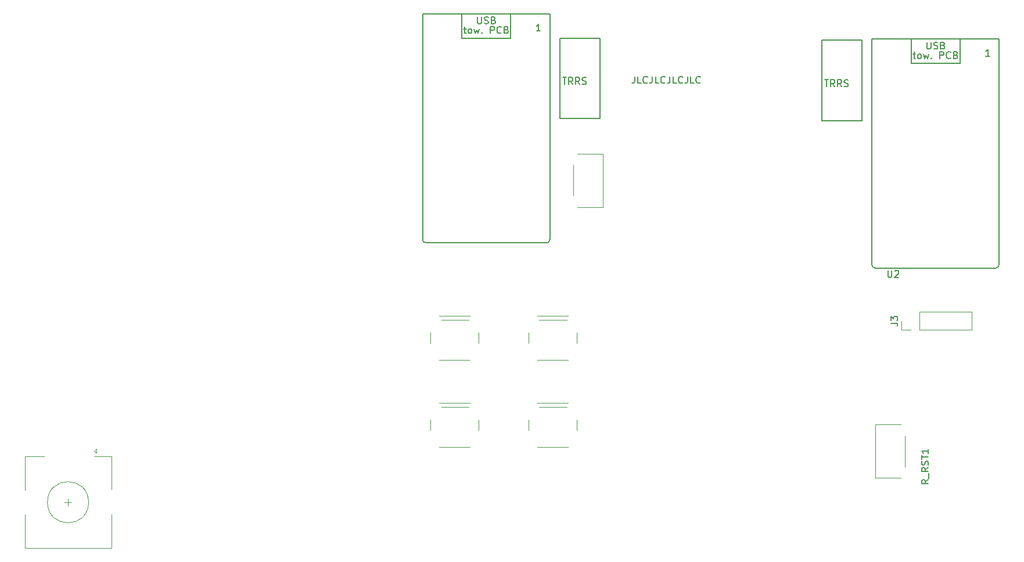
<source format=gbr>
%TF.GenerationSoftware,KiCad,Pcbnew,7.0.7-7.0.7~ubuntu22.04.1*%
%TF.CreationDate,2023-09-08T11:00:04+02:00*%
%TF.ProjectId,abomination,61626f6d-696e-4617-9469-6f6e2e6b6963,rev?*%
%TF.SameCoordinates,Original*%
%TF.FileFunction,Legend,Top*%
%TF.FilePolarity,Positive*%
%FSLAX46Y46*%
G04 Gerber Fmt 4.6, Leading zero omitted, Abs format (unit mm)*
G04 Created by KiCad (PCBNEW 7.0.7-7.0.7~ubuntu22.04.1) date 2023-09-08 11:00:04*
%MOMM*%
%LPD*%
G01*
G04 APERTURE LIST*
%ADD10C,0.150000*%
%ADD11C,0.120000*%
G04 APERTURE END LIST*
D10*
X174780951Y-69054819D02*
X174780951Y-69769104D01*
X174780951Y-69769104D02*
X174733332Y-69911961D01*
X174733332Y-69911961D02*
X174638094Y-70007200D01*
X174638094Y-70007200D02*
X174495237Y-70054819D01*
X174495237Y-70054819D02*
X174399999Y-70054819D01*
X175733332Y-70054819D02*
X175257142Y-70054819D01*
X175257142Y-70054819D02*
X175257142Y-69054819D01*
X176638094Y-69959580D02*
X176590475Y-70007200D01*
X176590475Y-70007200D02*
X176447618Y-70054819D01*
X176447618Y-70054819D02*
X176352380Y-70054819D01*
X176352380Y-70054819D02*
X176209523Y-70007200D01*
X176209523Y-70007200D02*
X176114285Y-69911961D01*
X176114285Y-69911961D02*
X176066666Y-69816723D01*
X176066666Y-69816723D02*
X176019047Y-69626247D01*
X176019047Y-69626247D02*
X176019047Y-69483390D01*
X176019047Y-69483390D02*
X176066666Y-69292914D01*
X176066666Y-69292914D02*
X176114285Y-69197676D01*
X176114285Y-69197676D02*
X176209523Y-69102438D01*
X176209523Y-69102438D02*
X176352380Y-69054819D01*
X176352380Y-69054819D02*
X176447618Y-69054819D01*
X176447618Y-69054819D02*
X176590475Y-69102438D01*
X176590475Y-69102438D02*
X176638094Y-69150057D01*
X177352380Y-69054819D02*
X177352380Y-69769104D01*
X177352380Y-69769104D02*
X177304761Y-69911961D01*
X177304761Y-69911961D02*
X177209523Y-70007200D01*
X177209523Y-70007200D02*
X177066666Y-70054819D01*
X177066666Y-70054819D02*
X176971428Y-70054819D01*
X178304761Y-70054819D02*
X177828571Y-70054819D01*
X177828571Y-70054819D02*
X177828571Y-69054819D01*
X179209523Y-69959580D02*
X179161904Y-70007200D01*
X179161904Y-70007200D02*
X179019047Y-70054819D01*
X179019047Y-70054819D02*
X178923809Y-70054819D01*
X178923809Y-70054819D02*
X178780952Y-70007200D01*
X178780952Y-70007200D02*
X178685714Y-69911961D01*
X178685714Y-69911961D02*
X178638095Y-69816723D01*
X178638095Y-69816723D02*
X178590476Y-69626247D01*
X178590476Y-69626247D02*
X178590476Y-69483390D01*
X178590476Y-69483390D02*
X178638095Y-69292914D01*
X178638095Y-69292914D02*
X178685714Y-69197676D01*
X178685714Y-69197676D02*
X178780952Y-69102438D01*
X178780952Y-69102438D02*
X178923809Y-69054819D01*
X178923809Y-69054819D02*
X179019047Y-69054819D01*
X179019047Y-69054819D02*
X179161904Y-69102438D01*
X179161904Y-69102438D02*
X179209523Y-69150057D01*
X179923809Y-69054819D02*
X179923809Y-69769104D01*
X179923809Y-69769104D02*
X179876190Y-69911961D01*
X179876190Y-69911961D02*
X179780952Y-70007200D01*
X179780952Y-70007200D02*
X179638095Y-70054819D01*
X179638095Y-70054819D02*
X179542857Y-70054819D01*
X180876190Y-70054819D02*
X180400000Y-70054819D01*
X180400000Y-70054819D02*
X180400000Y-69054819D01*
X181780952Y-69959580D02*
X181733333Y-70007200D01*
X181733333Y-70007200D02*
X181590476Y-70054819D01*
X181590476Y-70054819D02*
X181495238Y-70054819D01*
X181495238Y-70054819D02*
X181352381Y-70007200D01*
X181352381Y-70007200D02*
X181257143Y-69911961D01*
X181257143Y-69911961D02*
X181209524Y-69816723D01*
X181209524Y-69816723D02*
X181161905Y-69626247D01*
X181161905Y-69626247D02*
X181161905Y-69483390D01*
X181161905Y-69483390D02*
X181209524Y-69292914D01*
X181209524Y-69292914D02*
X181257143Y-69197676D01*
X181257143Y-69197676D02*
X181352381Y-69102438D01*
X181352381Y-69102438D02*
X181495238Y-69054819D01*
X181495238Y-69054819D02*
X181590476Y-69054819D01*
X181590476Y-69054819D02*
X181733333Y-69102438D01*
X181733333Y-69102438D02*
X181780952Y-69150057D01*
X182495238Y-69054819D02*
X182495238Y-69769104D01*
X182495238Y-69769104D02*
X182447619Y-69911961D01*
X182447619Y-69911961D02*
X182352381Y-70007200D01*
X182352381Y-70007200D02*
X182209524Y-70054819D01*
X182209524Y-70054819D02*
X182114286Y-70054819D01*
X183447619Y-70054819D02*
X182971429Y-70054819D01*
X182971429Y-70054819D02*
X182971429Y-69054819D01*
X184352381Y-69959580D02*
X184304762Y-70007200D01*
X184304762Y-70007200D02*
X184161905Y-70054819D01*
X184161905Y-70054819D02*
X184066667Y-70054819D01*
X184066667Y-70054819D02*
X183923810Y-70007200D01*
X183923810Y-70007200D02*
X183828572Y-69911961D01*
X183828572Y-69911961D02*
X183780953Y-69816723D01*
X183780953Y-69816723D02*
X183733334Y-69626247D01*
X183733334Y-69626247D02*
X183733334Y-69483390D01*
X183733334Y-69483390D02*
X183780953Y-69292914D01*
X183780953Y-69292914D02*
X183828572Y-69197676D01*
X183828572Y-69197676D02*
X183923810Y-69102438D01*
X183923810Y-69102438D02*
X184066667Y-69054819D01*
X184066667Y-69054819D02*
X184161905Y-69054819D01*
X184161905Y-69054819D02*
X184304762Y-69102438D01*
X184304762Y-69102438D02*
X184352381Y-69150057D01*
X151883596Y-60372117D02*
X151883596Y-61181640D01*
X151883596Y-61181640D02*
X151931215Y-61276878D01*
X151931215Y-61276878D02*
X151978834Y-61324498D01*
X151978834Y-61324498D02*
X152074072Y-61372117D01*
X152074072Y-61372117D02*
X152264548Y-61372117D01*
X152264548Y-61372117D02*
X152359786Y-61324498D01*
X152359786Y-61324498D02*
X152407405Y-61276878D01*
X152407405Y-61276878D02*
X152455024Y-61181640D01*
X152455024Y-61181640D02*
X152455024Y-60372117D01*
X152883596Y-61324498D02*
X153026453Y-61372117D01*
X153026453Y-61372117D02*
X153264548Y-61372117D01*
X153264548Y-61372117D02*
X153359786Y-61324498D01*
X153359786Y-61324498D02*
X153407405Y-61276878D01*
X153407405Y-61276878D02*
X153455024Y-61181640D01*
X153455024Y-61181640D02*
X153455024Y-61086402D01*
X153455024Y-61086402D02*
X153407405Y-60991164D01*
X153407405Y-60991164D02*
X153359786Y-60943545D01*
X153359786Y-60943545D02*
X153264548Y-60895926D01*
X153264548Y-60895926D02*
X153074072Y-60848307D01*
X153074072Y-60848307D02*
X152978834Y-60800688D01*
X152978834Y-60800688D02*
X152931215Y-60753069D01*
X152931215Y-60753069D02*
X152883596Y-60657831D01*
X152883596Y-60657831D02*
X152883596Y-60562593D01*
X152883596Y-60562593D02*
X152931215Y-60467355D01*
X152931215Y-60467355D02*
X152978834Y-60419736D01*
X152978834Y-60419736D02*
X153074072Y-60372117D01*
X153074072Y-60372117D02*
X153312167Y-60372117D01*
X153312167Y-60372117D02*
X153455024Y-60419736D01*
X154216929Y-60848307D02*
X154359786Y-60895926D01*
X154359786Y-60895926D02*
X154407405Y-60943545D01*
X154407405Y-60943545D02*
X154455024Y-61038783D01*
X154455024Y-61038783D02*
X154455024Y-61181640D01*
X154455024Y-61181640D02*
X154407405Y-61276878D01*
X154407405Y-61276878D02*
X154359786Y-61324498D01*
X154359786Y-61324498D02*
X154264548Y-61372117D01*
X154264548Y-61372117D02*
X153883596Y-61372117D01*
X153883596Y-61372117D02*
X153883596Y-60372117D01*
X153883596Y-60372117D02*
X154216929Y-60372117D01*
X154216929Y-60372117D02*
X154312167Y-60419736D01*
X154312167Y-60419736D02*
X154359786Y-60467355D01*
X154359786Y-60467355D02*
X154407405Y-60562593D01*
X154407405Y-60562593D02*
X154407405Y-60657831D01*
X154407405Y-60657831D02*
X154359786Y-60753069D01*
X154359786Y-60753069D02*
X154312167Y-60800688D01*
X154312167Y-60800688D02*
X154216929Y-60848307D01*
X154216929Y-60848307D02*
X153883596Y-60848307D01*
X161051215Y-62402117D02*
X160479787Y-62402117D01*
X160765501Y-62402117D02*
X160765501Y-61402117D01*
X160765501Y-61402117D02*
X160670263Y-61544974D01*
X160670263Y-61544974D02*
X160575025Y-61640212D01*
X160575025Y-61640212D02*
X160479787Y-61687831D01*
X149859787Y-62105450D02*
X150240739Y-62105450D01*
X150002644Y-61772117D02*
X150002644Y-62629259D01*
X150002644Y-62629259D02*
X150050263Y-62724498D01*
X150050263Y-62724498D02*
X150145501Y-62772117D01*
X150145501Y-62772117D02*
X150240739Y-62772117D01*
X150716930Y-62772117D02*
X150621692Y-62724498D01*
X150621692Y-62724498D02*
X150574073Y-62676878D01*
X150574073Y-62676878D02*
X150526454Y-62581640D01*
X150526454Y-62581640D02*
X150526454Y-62295926D01*
X150526454Y-62295926D02*
X150574073Y-62200688D01*
X150574073Y-62200688D02*
X150621692Y-62153069D01*
X150621692Y-62153069D02*
X150716930Y-62105450D01*
X150716930Y-62105450D02*
X150859787Y-62105450D01*
X150859787Y-62105450D02*
X150955025Y-62153069D01*
X150955025Y-62153069D02*
X151002644Y-62200688D01*
X151002644Y-62200688D02*
X151050263Y-62295926D01*
X151050263Y-62295926D02*
X151050263Y-62581640D01*
X151050263Y-62581640D02*
X151002644Y-62676878D01*
X151002644Y-62676878D02*
X150955025Y-62724498D01*
X150955025Y-62724498D02*
X150859787Y-62772117D01*
X150859787Y-62772117D02*
X150716930Y-62772117D01*
X151383597Y-62105450D02*
X151574073Y-62772117D01*
X151574073Y-62772117D02*
X151764549Y-62295926D01*
X151764549Y-62295926D02*
X151955025Y-62772117D01*
X151955025Y-62772117D02*
X152145501Y-62105450D01*
X152526454Y-62676878D02*
X152574073Y-62724498D01*
X152574073Y-62724498D02*
X152526454Y-62772117D01*
X152526454Y-62772117D02*
X152478835Y-62724498D01*
X152478835Y-62724498D02*
X152526454Y-62676878D01*
X152526454Y-62676878D02*
X152526454Y-62772117D01*
X153764549Y-62772117D02*
X153764549Y-61772117D01*
X153764549Y-61772117D02*
X154145501Y-61772117D01*
X154145501Y-61772117D02*
X154240739Y-61819736D01*
X154240739Y-61819736D02*
X154288358Y-61867355D01*
X154288358Y-61867355D02*
X154335977Y-61962593D01*
X154335977Y-61962593D02*
X154335977Y-62105450D01*
X154335977Y-62105450D02*
X154288358Y-62200688D01*
X154288358Y-62200688D02*
X154240739Y-62248307D01*
X154240739Y-62248307D02*
X154145501Y-62295926D01*
X154145501Y-62295926D02*
X153764549Y-62295926D01*
X155335977Y-62676878D02*
X155288358Y-62724498D01*
X155288358Y-62724498D02*
X155145501Y-62772117D01*
X155145501Y-62772117D02*
X155050263Y-62772117D01*
X155050263Y-62772117D02*
X154907406Y-62724498D01*
X154907406Y-62724498D02*
X154812168Y-62629259D01*
X154812168Y-62629259D02*
X154764549Y-62534021D01*
X154764549Y-62534021D02*
X154716930Y-62343545D01*
X154716930Y-62343545D02*
X154716930Y-62200688D01*
X154716930Y-62200688D02*
X154764549Y-62010212D01*
X154764549Y-62010212D02*
X154812168Y-61914974D01*
X154812168Y-61914974D02*
X154907406Y-61819736D01*
X154907406Y-61819736D02*
X155050263Y-61772117D01*
X155050263Y-61772117D02*
X155145501Y-61772117D01*
X155145501Y-61772117D02*
X155288358Y-61819736D01*
X155288358Y-61819736D02*
X155335977Y-61867355D01*
X156097882Y-62248307D02*
X156240739Y-62295926D01*
X156240739Y-62295926D02*
X156288358Y-62343545D01*
X156288358Y-62343545D02*
X156335977Y-62438783D01*
X156335977Y-62438783D02*
X156335977Y-62581640D01*
X156335977Y-62581640D02*
X156288358Y-62676878D01*
X156288358Y-62676878D02*
X156240739Y-62724498D01*
X156240739Y-62724498D02*
X156145501Y-62772117D01*
X156145501Y-62772117D02*
X155764549Y-62772117D01*
X155764549Y-62772117D02*
X155764549Y-61772117D01*
X155764549Y-61772117D02*
X156097882Y-61772117D01*
X156097882Y-61772117D02*
X156193120Y-61819736D01*
X156193120Y-61819736D02*
X156240739Y-61867355D01*
X156240739Y-61867355D02*
X156288358Y-61962593D01*
X156288358Y-61962593D02*
X156288358Y-62057831D01*
X156288358Y-62057831D02*
X156240739Y-62153069D01*
X156240739Y-62153069D02*
X156193120Y-62200688D01*
X156193120Y-62200688D02*
X156097882Y-62248307D01*
X156097882Y-62248307D02*
X155764549Y-62248307D01*
X164296096Y-69207116D02*
X164867524Y-69207116D01*
X164581810Y-70207116D02*
X164581810Y-69207116D01*
X165772286Y-70207116D02*
X165438953Y-69730925D01*
X165200858Y-70207116D02*
X165200858Y-69207116D01*
X165200858Y-69207116D02*
X165581810Y-69207116D01*
X165581810Y-69207116D02*
X165677048Y-69254735D01*
X165677048Y-69254735D02*
X165724667Y-69302354D01*
X165724667Y-69302354D02*
X165772286Y-69397592D01*
X165772286Y-69397592D02*
X165772286Y-69540449D01*
X165772286Y-69540449D02*
X165724667Y-69635687D01*
X165724667Y-69635687D02*
X165677048Y-69683306D01*
X165677048Y-69683306D02*
X165581810Y-69730925D01*
X165581810Y-69730925D02*
X165200858Y-69730925D01*
X166772286Y-70207116D02*
X166438953Y-69730925D01*
X166200858Y-70207116D02*
X166200858Y-69207116D01*
X166200858Y-69207116D02*
X166581810Y-69207116D01*
X166581810Y-69207116D02*
X166677048Y-69254735D01*
X166677048Y-69254735D02*
X166724667Y-69302354D01*
X166724667Y-69302354D02*
X166772286Y-69397592D01*
X166772286Y-69397592D02*
X166772286Y-69540449D01*
X166772286Y-69540449D02*
X166724667Y-69635687D01*
X166724667Y-69635687D02*
X166677048Y-69683306D01*
X166677048Y-69683306D02*
X166581810Y-69730925D01*
X166581810Y-69730925D02*
X166200858Y-69730925D01*
X167153239Y-70159497D02*
X167296096Y-70207116D01*
X167296096Y-70207116D02*
X167534191Y-70207116D01*
X167534191Y-70207116D02*
X167629429Y-70159497D01*
X167629429Y-70159497D02*
X167677048Y-70111877D01*
X167677048Y-70111877D02*
X167724667Y-70016639D01*
X167724667Y-70016639D02*
X167724667Y-69921401D01*
X167724667Y-69921401D02*
X167677048Y-69826163D01*
X167677048Y-69826163D02*
X167629429Y-69778544D01*
X167629429Y-69778544D02*
X167534191Y-69730925D01*
X167534191Y-69730925D02*
X167343715Y-69683306D01*
X167343715Y-69683306D02*
X167248477Y-69635687D01*
X167248477Y-69635687D02*
X167200858Y-69588068D01*
X167200858Y-69588068D02*
X167153239Y-69492830D01*
X167153239Y-69492830D02*
X167153239Y-69397592D01*
X167153239Y-69397592D02*
X167200858Y-69302354D01*
X167200858Y-69302354D02*
X167248477Y-69254735D01*
X167248477Y-69254735D02*
X167343715Y-69207116D01*
X167343715Y-69207116D02*
X167581810Y-69207116D01*
X167581810Y-69207116D02*
X167724667Y-69254735D01*
X217600321Y-127857062D02*
X217124130Y-128190395D01*
X217600321Y-128428490D02*
X216600321Y-128428490D01*
X216600321Y-128428490D02*
X216600321Y-128047538D01*
X216600321Y-128047538D02*
X216647940Y-127952300D01*
X216647940Y-127952300D02*
X216695559Y-127904681D01*
X216695559Y-127904681D02*
X216790797Y-127857062D01*
X216790797Y-127857062D02*
X216933654Y-127857062D01*
X216933654Y-127857062D02*
X217028892Y-127904681D01*
X217028892Y-127904681D02*
X217076511Y-127952300D01*
X217076511Y-127952300D02*
X217124130Y-128047538D01*
X217124130Y-128047538D02*
X217124130Y-128428490D01*
X217695559Y-127666586D02*
X217695559Y-126904681D01*
X217600321Y-126095157D02*
X217124130Y-126428490D01*
X217600321Y-126666585D02*
X216600321Y-126666585D01*
X216600321Y-126666585D02*
X216600321Y-126285633D01*
X216600321Y-126285633D02*
X216647940Y-126190395D01*
X216647940Y-126190395D02*
X216695559Y-126142776D01*
X216695559Y-126142776D02*
X216790797Y-126095157D01*
X216790797Y-126095157D02*
X216933654Y-126095157D01*
X216933654Y-126095157D02*
X217028892Y-126142776D01*
X217028892Y-126142776D02*
X217076511Y-126190395D01*
X217076511Y-126190395D02*
X217124130Y-126285633D01*
X217124130Y-126285633D02*
X217124130Y-126666585D01*
X217552702Y-125714204D02*
X217600321Y-125571347D01*
X217600321Y-125571347D02*
X217600321Y-125333252D01*
X217600321Y-125333252D02*
X217552702Y-125238014D01*
X217552702Y-125238014D02*
X217505082Y-125190395D01*
X217505082Y-125190395D02*
X217409844Y-125142776D01*
X217409844Y-125142776D02*
X217314606Y-125142776D01*
X217314606Y-125142776D02*
X217219368Y-125190395D01*
X217219368Y-125190395D02*
X217171749Y-125238014D01*
X217171749Y-125238014D02*
X217124130Y-125333252D01*
X217124130Y-125333252D02*
X217076511Y-125523728D01*
X217076511Y-125523728D02*
X217028892Y-125618966D01*
X217028892Y-125618966D02*
X216981273Y-125666585D01*
X216981273Y-125666585D02*
X216886035Y-125714204D01*
X216886035Y-125714204D02*
X216790797Y-125714204D01*
X216790797Y-125714204D02*
X216695559Y-125666585D01*
X216695559Y-125666585D02*
X216647940Y-125618966D01*
X216647940Y-125618966D02*
X216600321Y-125523728D01*
X216600321Y-125523728D02*
X216600321Y-125285633D01*
X216600321Y-125285633D02*
X216647940Y-125142776D01*
X216600321Y-124857061D02*
X216600321Y-124285633D01*
X217600321Y-124571347D02*
X216600321Y-124571347D01*
X217600321Y-123428490D02*
X217600321Y-123999918D01*
X217600321Y-123714204D02*
X216600321Y-123714204D01*
X216600321Y-123714204D02*
X216743178Y-123809442D01*
X216743178Y-123809442D02*
X216838416Y-123904680D01*
X216838416Y-123904680D02*
X216886035Y-123999918D01*
X212117822Y-105035633D02*
X212832107Y-105035633D01*
X212832107Y-105035633D02*
X212974964Y-105083252D01*
X212974964Y-105083252D02*
X213070203Y-105178490D01*
X213070203Y-105178490D02*
X213117822Y-105321347D01*
X213117822Y-105321347D02*
X213117822Y-105416585D01*
X212117822Y-104654680D02*
X212117822Y-104035633D01*
X212117822Y-104035633D02*
X212498774Y-104368966D01*
X212498774Y-104368966D02*
X212498774Y-104226109D01*
X212498774Y-104226109D02*
X212546393Y-104130871D01*
X212546393Y-104130871D02*
X212594012Y-104083252D01*
X212594012Y-104083252D02*
X212689250Y-104035633D01*
X212689250Y-104035633D02*
X212927345Y-104035633D01*
X212927345Y-104035633D02*
X213022583Y-104083252D01*
X213022583Y-104083252D02*
X213070203Y-104130871D01*
X213070203Y-104130871D02*
X213117822Y-104226109D01*
X213117822Y-104226109D02*
X213117822Y-104511823D01*
X213117822Y-104511823D02*
X213070203Y-104607061D01*
X213070203Y-104607061D02*
X213022583Y-104654680D01*
X202471597Y-69539620D02*
X203043025Y-69539620D01*
X202757311Y-70539620D02*
X202757311Y-69539620D01*
X203947787Y-70539620D02*
X203614454Y-70063429D01*
X203376359Y-70539620D02*
X203376359Y-69539620D01*
X203376359Y-69539620D02*
X203757311Y-69539620D01*
X203757311Y-69539620D02*
X203852549Y-69587239D01*
X203852549Y-69587239D02*
X203900168Y-69634858D01*
X203900168Y-69634858D02*
X203947787Y-69730096D01*
X203947787Y-69730096D02*
X203947787Y-69872953D01*
X203947787Y-69872953D02*
X203900168Y-69968191D01*
X203900168Y-69968191D02*
X203852549Y-70015810D01*
X203852549Y-70015810D02*
X203757311Y-70063429D01*
X203757311Y-70063429D02*
X203376359Y-70063429D01*
X204947787Y-70539620D02*
X204614454Y-70063429D01*
X204376359Y-70539620D02*
X204376359Y-69539620D01*
X204376359Y-69539620D02*
X204757311Y-69539620D01*
X204757311Y-69539620D02*
X204852549Y-69587239D01*
X204852549Y-69587239D02*
X204900168Y-69634858D01*
X204900168Y-69634858D02*
X204947787Y-69730096D01*
X204947787Y-69730096D02*
X204947787Y-69872953D01*
X204947787Y-69872953D02*
X204900168Y-69968191D01*
X204900168Y-69968191D02*
X204852549Y-70015810D01*
X204852549Y-70015810D02*
X204757311Y-70063429D01*
X204757311Y-70063429D02*
X204376359Y-70063429D01*
X205328740Y-70492001D02*
X205471597Y-70539620D01*
X205471597Y-70539620D02*
X205709692Y-70539620D01*
X205709692Y-70539620D02*
X205804930Y-70492001D01*
X205804930Y-70492001D02*
X205852549Y-70444381D01*
X205852549Y-70444381D02*
X205900168Y-70349143D01*
X205900168Y-70349143D02*
X205900168Y-70253905D01*
X205900168Y-70253905D02*
X205852549Y-70158667D01*
X205852549Y-70158667D02*
X205804930Y-70111048D01*
X205804930Y-70111048D02*
X205709692Y-70063429D01*
X205709692Y-70063429D02*
X205519216Y-70015810D01*
X205519216Y-70015810D02*
X205423978Y-69968191D01*
X205423978Y-69968191D02*
X205376359Y-69920572D01*
X205376359Y-69920572D02*
X205328740Y-69825334D01*
X205328740Y-69825334D02*
X205328740Y-69730096D01*
X205328740Y-69730096D02*
X205376359Y-69634858D01*
X205376359Y-69634858D02*
X205423978Y-69587239D01*
X205423978Y-69587239D02*
X205519216Y-69539620D01*
X205519216Y-69539620D02*
X205757311Y-69539620D01*
X205757311Y-69539620D02*
X205900168Y-69587239D01*
X211704912Y-97342121D02*
X211704912Y-98151644D01*
X211704912Y-98151644D02*
X211752531Y-98246882D01*
X211752531Y-98246882D02*
X211800150Y-98294502D01*
X211800150Y-98294502D02*
X211895388Y-98342121D01*
X211895388Y-98342121D02*
X212085864Y-98342121D01*
X212085864Y-98342121D02*
X212181102Y-98294502D01*
X212181102Y-98294502D02*
X212228721Y-98246882D01*
X212228721Y-98246882D02*
X212276340Y-98151644D01*
X212276340Y-98151644D02*
X212276340Y-97342121D01*
X212704912Y-97437359D02*
X212752531Y-97389740D01*
X212752531Y-97389740D02*
X212847769Y-97342121D01*
X212847769Y-97342121D02*
X213085864Y-97342121D01*
X213085864Y-97342121D02*
X213181102Y-97389740D01*
X213181102Y-97389740D02*
X213228721Y-97437359D01*
X213228721Y-97437359D02*
X213276340Y-97532597D01*
X213276340Y-97532597D02*
X213276340Y-97627835D01*
X213276340Y-97627835D02*
X213228721Y-97770692D01*
X213228721Y-97770692D02*
X212657293Y-98342121D01*
X212657293Y-98342121D02*
X213276340Y-98342121D01*
X215359787Y-65780454D02*
X215740739Y-65780454D01*
X215502644Y-65447121D02*
X215502644Y-66304263D01*
X215502644Y-66304263D02*
X215550263Y-66399502D01*
X215550263Y-66399502D02*
X215645501Y-66447121D01*
X215645501Y-66447121D02*
X215740739Y-66447121D01*
X216216930Y-66447121D02*
X216121692Y-66399502D01*
X216121692Y-66399502D02*
X216074073Y-66351882D01*
X216074073Y-66351882D02*
X216026454Y-66256644D01*
X216026454Y-66256644D02*
X216026454Y-65970930D01*
X216026454Y-65970930D02*
X216074073Y-65875692D01*
X216074073Y-65875692D02*
X216121692Y-65828073D01*
X216121692Y-65828073D02*
X216216930Y-65780454D01*
X216216930Y-65780454D02*
X216359787Y-65780454D01*
X216359787Y-65780454D02*
X216455025Y-65828073D01*
X216455025Y-65828073D02*
X216502644Y-65875692D01*
X216502644Y-65875692D02*
X216550263Y-65970930D01*
X216550263Y-65970930D02*
X216550263Y-66256644D01*
X216550263Y-66256644D02*
X216502644Y-66351882D01*
X216502644Y-66351882D02*
X216455025Y-66399502D01*
X216455025Y-66399502D02*
X216359787Y-66447121D01*
X216359787Y-66447121D02*
X216216930Y-66447121D01*
X216883597Y-65780454D02*
X217074073Y-66447121D01*
X217074073Y-66447121D02*
X217264549Y-65970930D01*
X217264549Y-65970930D02*
X217455025Y-66447121D01*
X217455025Y-66447121D02*
X217645501Y-65780454D01*
X218026454Y-66351882D02*
X218074073Y-66399502D01*
X218074073Y-66399502D02*
X218026454Y-66447121D01*
X218026454Y-66447121D02*
X217978835Y-66399502D01*
X217978835Y-66399502D02*
X218026454Y-66351882D01*
X218026454Y-66351882D02*
X218026454Y-66447121D01*
X219264549Y-66447121D02*
X219264549Y-65447121D01*
X219264549Y-65447121D02*
X219645501Y-65447121D01*
X219645501Y-65447121D02*
X219740739Y-65494740D01*
X219740739Y-65494740D02*
X219788358Y-65542359D01*
X219788358Y-65542359D02*
X219835977Y-65637597D01*
X219835977Y-65637597D02*
X219835977Y-65780454D01*
X219835977Y-65780454D02*
X219788358Y-65875692D01*
X219788358Y-65875692D02*
X219740739Y-65923311D01*
X219740739Y-65923311D02*
X219645501Y-65970930D01*
X219645501Y-65970930D02*
X219264549Y-65970930D01*
X220835977Y-66351882D02*
X220788358Y-66399502D01*
X220788358Y-66399502D02*
X220645501Y-66447121D01*
X220645501Y-66447121D02*
X220550263Y-66447121D01*
X220550263Y-66447121D02*
X220407406Y-66399502D01*
X220407406Y-66399502D02*
X220312168Y-66304263D01*
X220312168Y-66304263D02*
X220264549Y-66209025D01*
X220264549Y-66209025D02*
X220216930Y-66018549D01*
X220216930Y-66018549D02*
X220216930Y-65875692D01*
X220216930Y-65875692D02*
X220264549Y-65685216D01*
X220264549Y-65685216D02*
X220312168Y-65589978D01*
X220312168Y-65589978D02*
X220407406Y-65494740D01*
X220407406Y-65494740D02*
X220550263Y-65447121D01*
X220550263Y-65447121D02*
X220645501Y-65447121D01*
X220645501Y-65447121D02*
X220788358Y-65494740D01*
X220788358Y-65494740D02*
X220835977Y-65542359D01*
X221597882Y-65923311D02*
X221740739Y-65970930D01*
X221740739Y-65970930D02*
X221788358Y-66018549D01*
X221788358Y-66018549D02*
X221835977Y-66113787D01*
X221835977Y-66113787D02*
X221835977Y-66256644D01*
X221835977Y-66256644D02*
X221788358Y-66351882D01*
X221788358Y-66351882D02*
X221740739Y-66399502D01*
X221740739Y-66399502D02*
X221645501Y-66447121D01*
X221645501Y-66447121D02*
X221264549Y-66447121D01*
X221264549Y-66447121D02*
X221264549Y-65447121D01*
X221264549Y-65447121D02*
X221597882Y-65447121D01*
X221597882Y-65447121D02*
X221693120Y-65494740D01*
X221693120Y-65494740D02*
X221740739Y-65542359D01*
X221740739Y-65542359D02*
X221788358Y-65637597D01*
X221788358Y-65637597D02*
X221788358Y-65732835D01*
X221788358Y-65732835D02*
X221740739Y-65828073D01*
X221740739Y-65828073D02*
X221693120Y-65875692D01*
X221693120Y-65875692D02*
X221597882Y-65923311D01*
X221597882Y-65923311D02*
X221264549Y-65923311D01*
X217383596Y-64047121D02*
X217383596Y-64856644D01*
X217383596Y-64856644D02*
X217431215Y-64951882D01*
X217431215Y-64951882D02*
X217478834Y-64999502D01*
X217478834Y-64999502D02*
X217574072Y-65047121D01*
X217574072Y-65047121D02*
X217764548Y-65047121D01*
X217764548Y-65047121D02*
X217859786Y-64999502D01*
X217859786Y-64999502D02*
X217907405Y-64951882D01*
X217907405Y-64951882D02*
X217955024Y-64856644D01*
X217955024Y-64856644D02*
X217955024Y-64047121D01*
X218383596Y-64999502D02*
X218526453Y-65047121D01*
X218526453Y-65047121D02*
X218764548Y-65047121D01*
X218764548Y-65047121D02*
X218859786Y-64999502D01*
X218859786Y-64999502D02*
X218907405Y-64951882D01*
X218907405Y-64951882D02*
X218955024Y-64856644D01*
X218955024Y-64856644D02*
X218955024Y-64761406D01*
X218955024Y-64761406D02*
X218907405Y-64666168D01*
X218907405Y-64666168D02*
X218859786Y-64618549D01*
X218859786Y-64618549D02*
X218764548Y-64570930D01*
X218764548Y-64570930D02*
X218574072Y-64523311D01*
X218574072Y-64523311D02*
X218478834Y-64475692D01*
X218478834Y-64475692D02*
X218431215Y-64428073D01*
X218431215Y-64428073D02*
X218383596Y-64332835D01*
X218383596Y-64332835D02*
X218383596Y-64237597D01*
X218383596Y-64237597D02*
X218431215Y-64142359D01*
X218431215Y-64142359D02*
X218478834Y-64094740D01*
X218478834Y-64094740D02*
X218574072Y-64047121D01*
X218574072Y-64047121D02*
X218812167Y-64047121D01*
X218812167Y-64047121D02*
X218955024Y-64094740D01*
X219716929Y-64523311D02*
X219859786Y-64570930D01*
X219859786Y-64570930D02*
X219907405Y-64618549D01*
X219907405Y-64618549D02*
X219955024Y-64713787D01*
X219955024Y-64713787D02*
X219955024Y-64856644D01*
X219955024Y-64856644D02*
X219907405Y-64951882D01*
X219907405Y-64951882D02*
X219859786Y-64999502D01*
X219859786Y-64999502D02*
X219764548Y-65047121D01*
X219764548Y-65047121D02*
X219383596Y-65047121D01*
X219383596Y-65047121D02*
X219383596Y-64047121D01*
X219383596Y-64047121D02*
X219716929Y-64047121D01*
X219716929Y-64047121D02*
X219812167Y-64094740D01*
X219812167Y-64094740D02*
X219859786Y-64142359D01*
X219859786Y-64142359D02*
X219907405Y-64237597D01*
X219907405Y-64237597D02*
X219907405Y-64332835D01*
X219907405Y-64332835D02*
X219859786Y-64428073D01*
X219859786Y-64428073D02*
X219812167Y-64475692D01*
X219812167Y-64475692D02*
X219716929Y-64523311D01*
X219716929Y-64523311D02*
X219383596Y-64523311D01*
X226551215Y-66077121D02*
X225979787Y-66077121D01*
X226265501Y-66077121D02*
X226265501Y-65077121D01*
X226265501Y-65077121D02*
X226170263Y-65219978D01*
X226170263Y-65219978D02*
X226075025Y-65315216D01*
X226075025Y-65315216D02*
X225979787Y-65362835D01*
%TO.C,U1*%
X143875501Y-59922298D02*
X143875501Y-92822298D01*
X144375501Y-93322298D02*
X161915501Y-93322298D01*
X149595501Y-63502298D02*
X149595501Y-59922298D01*
X156695501Y-63502298D02*
X149595501Y-63502298D01*
X156695501Y-63502298D02*
X156695501Y-59922298D01*
X162415501Y-59922298D02*
X143875501Y-59922298D01*
X162415501Y-92822298D02*
X162415501Y-59922298D01*
X143875501Y-92822298D02*
G75*
G03*
X144375501Y-93322298I500001J1D01*
G01*
X161915501Y-93322298D02*
G75*
G03*
X162415501Y-92822298I0J500000D01*
G01*
D11*
%TO.C,SW19*%
X159329601Y-119134097D02*
X159329601Y-120634097D01*
X160579601Y-123134097D02*
X165079601Y-123134097D01*
X160879601Y-117234097D02*
X164879601Y-117234097D01*
X165079601Y-116634097D02*
X160579601Y-116634097D01*
X166329601Y-120634097D02*
X166329601Y-119134097D01*
D10*
%TO.C,J1*%
X163908001Y-63452297D02*
X169708001Y-63452297D01*
X163908001Y-75202297D02*
X163908001Y-63452297D01*
X169708001Y-63452297D02*
X169708001Y-75202297D01*
X169708001Y-75202297D02*
X163908001Y-75202297D01*
D11*
%TO.C,SW11*%
X145043000Y-106434098D02*
X145043000Y-107934098D01*
X146293000Y-110434098D02*
X150793000Y-110434098D01*
X146593000Y-104534098D02*
X150593000Y-104534098D01*
X150793000Y-103934098D02*
X146293000Y-103934098D01*
X152043000Y-107934098D02*
X152043000Y-106434098D01*
%TO.C,R_RST1*%
X209895502Y-127602300D02*
X209895502Y-119802300D01*
X213575502Y-127602300D02*
X209895502Y-127602300D01*
X214195502Y-125952300D02*
X214195502Y-121452300D01*
X213575502Y-119802300D02*
X209895502Y-119802300D01*
%TO.C,J3*%
X213663003Y-106032300D02*
X213663003Y-104702300D01*
X214993003Y-106032300D02*
X213663003Y-106032300D01*
X216263003Y-106032300D02*
X223943003Y-106032300D01*
X216263003Y-106032300D02*
X216263003Y-103372300D01*
X223943003Y-106032300D02*
X223943003Y-103372300D01*
X216263003Y-103372300D02*
X223943003Y-103372300D01*
D10*
%TO.C,J2*%
X202083502Y-63784801D02*
X207883502Y-63784801D01*
X202083502Y-75534801D02*
X202083502Y-63784801D01*
X207883502Y-63784801D02*
X207883502Y-75534801D01*
X207883502Y-75534801D02*
X202083502Y-75534801D01*
D11*
%TO.C,L_RST1*%
X170145501Y-80302298D02*
X170145501Y-88102298D01*
X166465501Y-80302298D02*
X170145501Y-80302298D01*
X165845501Y-81952298D02*
X165845501Y-86452298D01*
X166465501Y-88102298D02*
X170145501Y-88102298D01*
%TO.C,SW18*%
X145043000Y-119134098D02*
X145043000Y-120634098D01*
X146293000Y-123134098D02*
X150793000Y-123134098D01*
X146593000Y-117234098D02*
X150593000Y-117234098D01*
X150793000Y-116634098D02*
X146293000Y-116634098D01*
X152043000Y-120634098D02*
X152043000Y-119134098D01*
%TO.C,L_ROT1*%
X96290302Y-123351398D02*
X96290302Y-123951398D01*
X95990302Y-123651398D02*
X96290302Y-123351398D01*
X96290302Y-123951398D02*
X95990302Y-123651398D01*
X98490302Y-124451398D02*
X95990302Y-124451398D01*
X85890302Y-124451398D02*
X88690302Y-124451398D01*
X98490302Y-129251398D02*
X98490302Y-124451398D01*
X85890302Y-129351398D02*
X85890302Y-124451398D01*
X92190302Y-130651398D02*
X92190302Y-131651398D01*
X92690302Y-131151398D02*
X91690302Y-131151398D01*
X98490302Y-132951398D02*
X98490302Y-137851398D01*
X98490302Y-137851398D02*
X85890302Y-137851398D01*
X85890302Y-137851398D02*
X85890302Y-132951398D01*
X95190302Y-131151398D02*
G75*
G03*
X95190302Y-131151398I-3000000J0D01*
G01*
%TO.C,SW12*%
X159329600Y-106434097D02*
X159329600Y-107934097D01*
X160579600Y-110434097D02*
X165079600Y-110434097D01*
X160879600Y-104534097D02*
X164879600Y-104534097D01*
X165079600Y-103934097D02*
X160579600Y-103934097D01*
X166329600Y-107934097D02*
X166329600Y-106434097D01*
D10*
%TO.C,U2*%
X209375501Y-63597302D02*
X209375501Y-96497302D01*
X209875501Y-96997302D02*
X227415501Y-96997302D01*
X215095501Y-67177302D02*
X215095501Y-63597302D01*
X222195501Y-67177302D02*
X215095501Y-67177302D01*
X222195501Y-67177302D02*
X222195501Y-63597302D01*
X227915501Y-63597302D02*
X209375501Y-63597302D01*
X227915501Y-96497302D02*
X227915501Y-63597302D01*
X209375501Y-96497302D02*
G75*
G03*
X209875501Y-96997302I500001J1D01*
G01*
X227415501Y-96997302D02*
G75*
G03*
X227915501Y-96497302I0J500000D01*
G01*
%TD*%
M02*

</source>
